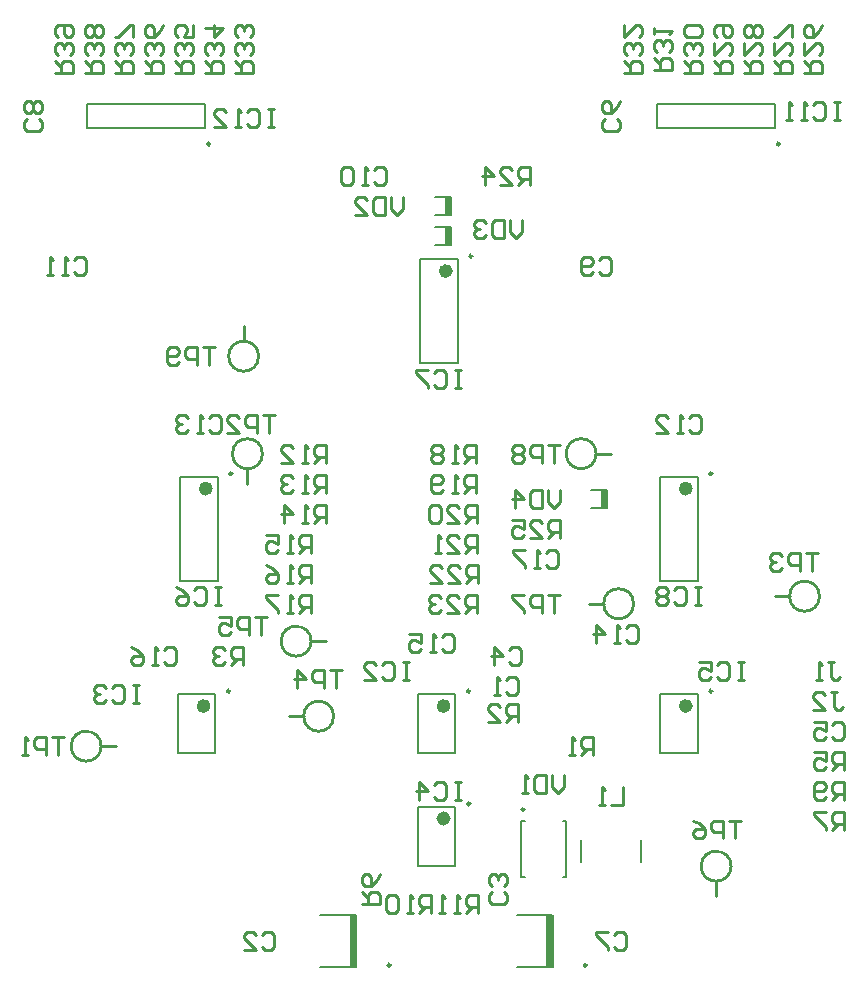
<source format=gbo>
G04*
G04 #@! TF.GenerationSoftware,Altium Limited,Altium Designer,21.5.1 (32)*
G04*
G04 Layer_Color=39423*
%FSLAX25Y25*%
%MOIN*%
G70*
G04*
G04 #@! TF.SameCoordinates,23847DC4-7520-4B4A-9137-17159688AF9F*
G04*
G04*
G04 #@! TF.FilePolarity,Positive*
G04*
G01*
G75*
%ADD11C,0.00787*%
%ADD12C,0.01000*%
%ADD40C,0.02362*%
%ADD52C,0.00984*%
%ADD53R,0.02165X0.06102*%
%ADD54R,0.02165X0.06102*%
%ADD55R,0.02165X0.17306*%
D11*
X151358Y225177D02*
X163957D01*
X151358Y259823D02*
X163957D01*
X151358Y225177D02*
Y259823D01*
X163957Y225177D02*
Y259823D01*
X198957Y72520D02*
X200138D01*
Y54016D02*
Y72520D01*
X198957Y54016D02*
X200138D01*
X185177D02*
Y72520D01*
X186358D01*
X185177Y54016D02*
X186358D01*
X83957Y152677D02*
Y187323D01*
X71358Y152677D02*
Y187323D01*
X83957D01*
X71358Y152677D02*
X83957D01*
X40472Y303563D02*
X79843D01*
X40472Y311437D02*
X79843D01*
Y303563D02*
Y311437D01*
X40472Y303563D02*
Y311437D01*
X230315Y303563D02*
X269685D01*
X230315Y311437D02*
X269685D01*
Y303563D02*
Y311437D01*
X230315Y303563D02*
Y311437D01*
X161713Y264449D02*
Y270551D01*
X156595D02*
X161713D01*
X156595Y264449D02*
X161713D01*
Y274449D02*
Y280551D01*
X156595D02*
X161713D01*
X156595Y274449D02*
X161713D01*
X213720Y176949D02*
Y183051D01*
X208602D02*
X213720D01*
X208602Y176949D02*
X213720D01*
X205079Y58760D02*
Y66240D01*
X225236Y58760D02*
Y66240D01*
X130211Y23855D02*
Y41161D01*
X118252D02*
X130063D01*
X118252Y23839D02*
X130063D01*
X231358Y152677D02*
X243957D01*
X231358Y187323D02*
X243957D01*
X231358Y152677D02*
Y187323D01*
X243957Y152677D02*
Y187323D01*
X231358Y95157D02*
X243957D01*
X231358Y114843D02*
X243957D01*
X231358Y95157D02*
Y114843D01*
X243957Y95157D02*
Y114843D01*
X150630Y57657D02*
X163228D01*
X150630Y77343D02*
X163228D01*
X150630Y57657D02*
Y77343D01*
X163228Y57657D02*
Y77343D01*
X83228Y95157D02*
Y114843D01*
X70630Y95157D02*
Y114843D01*
X83228D01*
X70630Y95157D02*
X83228D01*
X150630D02*
X163228D01*
X150630Y114843D02*
X163228D01*
X150630Y95157D02*
Y114843D01*
X163228Y95157D02*
Y114843D01*
X195620Y23855D02*
Y41161D01*
X183661D02*
X195473D01*
X183661Y23839D02*
X195473D01*
D12*
X122658Y107500D02*
G03*
X122658Y107500I-5000J0D01*
G01*
X98908Y195000D02*
G03*
X98908Y195000I-5000J0D01*
G01*
X45158Y97500D02*
G03*
X45158Y97500I-5000J0D01*
G01*
X284614Y147500D02*
G03*
X284614Y147500I-5000J0D01*
G01*
X210157Y195000D02*
G03*
X210157Y195000I-5000J0D01*
G01*
X115157Y132500D02*
G03*
X115157Y132500I-5000J0D01*
G01*
X97658Y227500D02*
G03*
X97658Y227500I-5000J0D01*
G01*
X222657Y145000D02*
G03*
X222657Y145000I-5000J0D01*
G01*
X255157Y57500D02*
G03*
X255157Y57500I-5000J0D01*
G01*
X107658Y107500D02*
X112657D01*
X93907Y185000D02*
Y190000D01*
X45158Y97500D02*
X50157D01*
X269614Y147500D02*
X274614D01*
X210157Y195000D02*
X215158D01*
X115157Y132500D02*
X120158D01*
X92658Y232500D02*
Y237500D01*
X207658Y145000D02*
X212657D01*
X250157Y47500D02*
Y52500D01*
X102654Y309751D02*
X100655D01*
X101655D01*
Y303753D01*
X102654D01*
X100655D01*
X93657Y308751D02*
X94657Y309751D01*
X96656D01*
X97656Y308751D01*
Y304753D01*
X96656Y303753D01*
X94657D01*
X93657Y304753D01*
X91658Y303753D02*
X89658D01*
X90658D01*
Y309751D01*
X91658Y308751D01*
X82661Y303753D02*
X86659D01*
X82661Y307752D01*
Y308751D01*
X83660Y309751D01*
X85660D01*
X86659Y308751D01*
X197997Y147999D02*
X193999D01*
X195998D01*
Y142001D01*
X191999D02*
Y147999D01*
X189000D01*
X188001Y146999D01*
Y145000D01*
X189000Y144000D01*
X191999D01*
X186001Y147999D02*
X182003D01*
Y146999D01*
X186001Y143001D01*
Y142001D01*
X197997Y182999D02*
Y179000D01*
X195998Y177001D01*
X193999Y179000D01*
Y182999D01*
X191999D02*
Y177001D01*
X189000D01*
X188001Y178001D01*
Y181999D01*
X189000Y182999D01*
X191999D01*
X183002Y177001D02*
Y182999D01*
X186001Y180000D01*
X182003D01*
X185497Y272999D02*
Y269000D01*
X183498Y267001D01*
X181499Y269000D01*
Y272999D01*
X179499D02*
Y267001D01*
X176500D01*
X175501Y268001D01*
Y271999D01*
X176500Y272999D01*
X179499D01*
X173501Y271999D02*
X172502Y272999D01*
X170502D01*
X169503Y271999D01*
Y271000D01*
X170502Y270000D01*
X171502D01*
X170502D01*
X169503Y269000D01*
Y268001D01*
X170502Y267001D01*
X172502D01*
X173501Y268001D01*
X145655Y280499D02*
Y276500D01*
X143656Y274501D01*
X141656Y276500D01*
Y280499D01*
X139657D02*
Y274501D01*
X136658D01*
X135658Y275501D01*
Y279499D01*
X136658Y280499D01*
X139657D01*
X129660Y274501D02*
X133659D01*
X129660Y278500D01*
Y279499D01*
X130660Y280499D01*
X132659D01*
X133659Y279499D01*
X199498Y87999D02*
Y84000D01*
X197498Y82001D01*
X195499Y84000D01*
Y87999D01*
X193500D02*
Y82001D01*
X190501D01*
X189501Y83001D01*
Y86999D01*
X190501Y87999D01*
X193500D01*
X187502Y82001D02*
X185502D01*
X186502D01*
Y87999D01*
X187502Y86999D01*
X83155Y230499D02*
X79156D01*
X81156D01*
Y224501D01*
X77157D02*
Y230499D01*
X74158D01*
X73158Y229499D01*
Y227500D01*
X74158Y226500D01*
X77157D01*
X71159Y225501D02*
X70159Y224501D01*
X68160D01*
X67160Y225501D01*
Y229499D01*
X68160Y230499D01*
X70159D01*
X71159Y229499D01*
Y228500D01*
X70159Y227500D01*
X67160D01*
X198155Y197999D02*
X194156D01*
X196156D01*
Y192001D01*
X192157D02*
Y197999D01*
X189158D01*
X188158Y196999D01*
Y195000D01*
X189158Y194000D01*
X192157D01*
X186159Y196999D02*
X185159Y197999D01*
X183160D01*
X182160Y196999D01*
Y196000D01*
X183160Y195000D01*
X182160Y194000D01*
Y193001D01*
X183160Y192001D01*
X185159D01*
X186159Y193001D01*
Y194000D01*
X185159Y195000D01*
X186159Y196000D01*
Y196999D01*
X185159Y195000D02*
X183160D01*
X258421Y72733D02*
X254422D01*
X256421D01*
Y66735D01*
X252423D02*
Y72733D01*
X249424D01*
X248424Y71734D01*
Y69734D01*
X249424Y68735D01*
X252423D01*
X242426Y72733D02*
X244425Y71734D01*
X246425Y69734D01*
Y67735D01*
X245425Y66735D01*
X243425D01*
X242426Y67735D01*
Y68735D01*
X243425Y69734D01*
X246425D01*
X100497Y140499D02*
X96499D01*
X98498D01*
Y134501D01*
X94499D02*
Y140499D01*
X91500D01*
X90501Y139499D01*
Y137500D01*
X91500Y136500D01*
X94499D01*
X84503Y140499D02*
X88501D01*
Y137500D01*
X86502Y138500D01*
X85502D01*
X84503Y137500D01*
Y135501D01*
X85502Y134501D01*
X87502D01*
X88501Y135501D01*
X125497Y122999D02*
X121499D01*
X123498D01*
Y117001D01*
X119499D02*
Y122999D01*
X116500D01*
X115501Y121999D01*
Y120000D01*
X116500Y119000D01*
X119499D01*
X110502Y117001D02*
Y122999D01*
X113501Y120000D01*
X109503D01*
X284100Y161998D02*
X280101D01*
X282101D01*
Y156000D01*
X278102D02*
Y161998D01*
X275103D01*
X274103Y160998D01*
Y158999D01*
X275103Y157999D01*
X278102D01*
X272104Y160998D02*
X271104Y161998D01*
X269105D01*
X268105Y160998D01*
Y159999D01*
X269105Y158999D01*
X270105D01*
X269105D01*
X268105Y157999D01*
Y157000D01*
X269105Y156000D01*
X271104D01*
X272104Y157000D01*
X103155Y207999D02*
X99156D01*
X101156D01*
Y202001D01*
X97157D02*
Y207999D01*
X94158D01*
X93158Y206999D01*
Y205000D01*
X94158Y204000D01*
X97157D01*
X87160Y202001D02*
X91159D01*
X87160Y206000D01*
Y206999D01*
X88160Y207999D01*
X90159D01*
X91159Y206999D01*
X32814Y100606D02*
X28816D01*
X30815D01*
Y94608D01*
X26816D02*
Y100606D01*
X23817D01*
X22818Y99606D01*
Y97607D01*
X23817Y96607D01*
X26816D01*
X20818Y94608D02*
X18819D01*
X19819D01*
Y100606D01*
X20818Y99606D01*
X29658Y322003D02*
X35656D01*
Y325002D01*
X34657Y326001D01*
X32658D01*
X31658Y325002D01*
Y322003D01*
Y324002D02*
X29658Y326001D01*
X34657Y328001D02*
X35656Y329000D01*
Y331000D01*
X34657Y331999D01*
X33657D01*
X32658Y331000D01*
Y330000D01*
Y331000D01*
X31658Y331999D01*
X30658D01*
X29658Y331000D01*
Y329000D01*
X30658Y328001D01*
Y333999D02*
X29658Y334998D01*
Y336998D01*
X30658Y337997D01*
X34657D01*
X35656Y336998D01*
Y334998D01*
X34657Y333999D01*
X33657D01*
X32658Y334998D01*
Y337997D01*
X39658Y322003D02*
X45656D01*
Y325002D01*
X44657Y326001D01*
X42658D01*
X41658Y325002D01*
Y322003D01*
Y324002D02*
X39658Y326001D01*
X44657Y328001D02*
X45656Y329000D01*
Y331000D01*
X44657Y331999D01*
X43657D01*
X42658Y331000D01*
Y330000D01*
Y331000D01*
X41658Y331999D01*
X40658D01*
X39658Y331000D01*
Y329000D01*
X40658Y328001D01*
X44657Y333999D02*
X45656Y334998D01*
Y336998D01*
X44657Y337997D01*
X43657D01*
X42658Y336998D01*
X41658Y337997D01*
X40658D01*
X39658Y336998D01*
Y334998D01*
X40658Y333999D01*
X41658D01*
X42658Y334998D01*
X43657Y333999D01*
X44657D01*
X42658Y334998D02*
Y336998D01*
X49659Y322003D02*
X55656D01*
Y325002D01*
X54657Y326001D01*
X52658D01*
X51658Y325002D01*
Y322003D01*
Y324002D02*
X49659Y326001D01*
X54657Y328001D02*
X55656Y329000D01*
Y331000D01*
X54657Y331999D01*
X53657D01*
X52658Y331000D01*
Y330000D01*
Y331000D01*
X51658Y331999D01*
X50658D01*
X49659Y331000D01*
Y329000D01*
X50658Y328001D01*
X55656Y333999D02*
Y337997D01*
X54657D01*
X50658Y333999D01*
X49659D01*
X59658Y322003D02*
X65657D01*
Y325002D01*
X64657Y326001D01*
X62657D01*
X61658Y325002D01*
Y322003D01*
Y324002D02*
X59658Y326001D01*
X64657Y328001D02*
X65657Y329000D01*
Y331000D01*
X64657Y331999D01*
X63657D01*
X62657Y331000D01*
Y330000D01*
Y331000D01*
X61658Y331999D01*
X60658D01*
X59658Y331000D01*
Y329000D01*
X60658Y328001D01*
X65657Y337997D02*
X64657Y335998D01*
X62657Y333999D01*
X60658D01*
X59658Y334998D01*
Y336998D01*
X60658Y337997D01*
X61658D01*
X62657Y336998D01*
Y333999D01*
X69658Y322003D02*
X75656D01*
Y325002D01*
X74657Y326001D01*
X72658D01*
X71658Y325002D01*
Y322003D01*
Y324002D02*
X69658Y326001D01*
X74657Y328001D02*
X75656Y329000D01*
Y331000D01*
X74657Y331999D01*
X73657D01*
X72658Y331000D01*
Y330000D01*
Y331000D01*
X71658Y331999D01*
X70658D01*
X69658Y331000D01*
Y329000D01*
X70658Y328001D01*
X75656Y337997D02*
Y333999D01*
X72658D01*
X73657Y335998D01*
Y336998D01*
X72658Y337997D01*
X70658D01*
X69658Y336998D01*
Y334998D01*
X70658Y333999D01*
X79659Y322003D02*
X85656D01*
Y325002D01*
X84657Y326001D01*
X82657D01*
X81658Y325002D01*
Y322003D01*
Y324002D02*
X79659Y326001D01*
X84657Y328001D02*
X85656Y329000D01*
Y331000D01*
X84657Y331999D01*
X83657D01*
X82657Y331000D01*
Y330000D01*
Y331000D01*
X81658Y331999D01*
X80658D01*
X79659Y331000D01*
Y329000D01*
X80658Y328001D01*
X79659Y336998D02*
X85656D01*
X82657Y333999D01*
Y337997D01*
X89658Y322003D02*
X95657D01*
Y325002D01*
X94657Y326001D01*
X92658D01*
X91658Y325002D01*
Y322003D01*
Y324002D02*
X89658Y326001D01*
X94657Y328001D02*
X95657Y329000D01*
Y331000D01*
X94657Y331999D01*
X93657D01*
X92658Y331000D01*
Y330000D01*
Y331000D01*
X91658Y331999D01*
X90658D01*
X89658Y331000D01*
Y329000D01*
X90658Y328001D01*
X94657Y333999D02*
X95657Y334998D01*
Y336998D01*
X94657Y337997D01*
X93657D01*
X92658Y336998D01*
Y335998D01*
Y336998D01*
X91658Y337997D01*
X90658D01*
X89658Y336998D01*
Y334998D01*
X90658Y333999D01*
X219501Y322003D02*
X225499D01*
Y325002D01*
X224499Y326001D01*
X222500D01*
X221500Y325002D01*
Y322003D01*
Y324002D02*
X219501Y326001D01*
X224499Y328001D02*
X225499Y329000D01*
Y331000D01*
X224499Y331999D01*
X223500D01*
X222500Y331000D01*
Y330000D01*
Y331000D01*
X221500Y331999D01*
X220501D01*
X219501Y331000D01*
Y329000D01*
X220501Y328001D01*
X219501Y337997D02*
Y333999D01*
X223500Y337997D01*
X224499D01*
X225499Y336998D01*
Y334998D01*
X224499Y333999D01*
X229501Y323002D02*
X235499D01*
Y326001D01*
X234499Y327001D01*
X232500D01*
X231500Y326001D01*
Y323002D01*
Y325002D02*
X229501Y327001D01*
X234499Y329000D02*
X235499Y330000D01*
Y331999D01*
X234499Y332999D01*
X233500D01*
X232500Y331999D01*
Y331000D01*
Y331999D01*
X231500Y332999D01*
X230501D01*
X229501Y331999D01*
Y330000D01*
X230501Y329000D01*
X229501Y334998D02*
Y336998D01*
Y335998D01*
X235499D01*
X234499Y334998D01*
X239501Y322003D02*
X245499D01*
Y325002D01*
X244499Y326001D01*
X242500D01*
X241500Y325002D01*
Y322003D01*
Y324002D02*
X239501Y326001D01*
X244499Y328001D02*
X245499Y329000D01*
Y331000D01*
X244499Y331999D01*
X243500D01*
X242500Y331000D01*
Y330000D01*
Y331000D01*
X241500Y331999D01*
X240501D01*
X239501Y331000D01*
Y329000D01*
X240501Y328001D01*
X244499Y333999D02*
X245499Y334998D01*
Y336998D01*
X244499Y337997D01*
X240501D01*
X239501Y336998D01*
Y334998D01*
X240501Y333999D01*
X244499D01*
X249501Y322003D02*
X255499D01*
Y325002D01*
X254499Y326001D01*
X252500D01*
X251500Y325002D01*
Y322003D01*
Y324002D02*
X249501Y326001D01*
Y331999D02*
Y328001D01*
X253500Y331999D01*
X254499D01*
X255499Y331000D01*
Y329000D01*
X254499Y328001D01*
X250501Y333999D02*
X249501Y334998D01*
Y336998D01*
X250501Y337997D01*
X254499D01*
X255499Y336998D01*
Y334998D01*
X254499Y333999D01*
X253500D01*
X252500Y334998D01*
Y337997D01*
X259501Y322003D02*
X265499D01*
Y325002D01*
X264499Y326001D01*
X262500D01*
X261500Y325002D01*
Y322003D01*
Y324002D02*
X259501Y326001D01*
Y331999D02*
Y328001D01*
X263500Y331999D01*
X264499D01*
X265499Y331000D01*
Y329000D01*
X264499Y328001D01*
Y333999D02*
X265499Y334998D01*
Y336998D01*
X264499Y337997D01*
X263500D01*
X262500Y336998D01*
X261500Y337997D01*
X260501D01*
X259501Y336998D01*
Y334998D01*
X260501Y333999D01*
X261500D01*
X262500Y334998D01*
X263500Y333999D01*
X264499D01*
X262500Y334998D02*
Y336998D01*
X269501Y322003D02*
X275499D01*
Y325002D01*
X274499Y326001D01*
X272500D01*
X271500Y325002D01*
Y322003D01*
Y324002D02*
X269501Y326001D01*
Y331999D02*
Y328001D01*
X273500Y331999D01*
X274499D01*
X275499Y331000D01*
Y329000D01*
X274499Y328001D01*
X275499Y333999D02*
Y337997D01*
X274499D01*
X270501Y333999D01*
X269501D01*
X279501Y322003D02*
X285499D01*
Y325002D01*
X284499Y326001D01*
X282500D01*
X281500Y325002D01*
Y322003D01*
Y324002D02*
X279501Y326001D01*
Y331999D02*
Y328001D01*
X283500Y331999D01*
X284499D01*
X285499Y331000D01*
Y329000D01*
X284499Y328001D01*
X285499Y337997D02*
X284499Y335998D01*
X282500Y333999D01*
X280501D01*
X279501Y334998D01*
Y336998D01*
X280501Y337997D01*
X281500D01*
X282500Y336998D01*
Y333999D01*
X197997Y167001D02*
Y172999D01*
X194998D01*
X193999Y171999D01*
Y170000D01*
X194998Y169000D01*
X197997D01*
X195998D02*
X193999Y167001D01*
X188001D02*
X191999D01*
X188001Y171000D01*
Y171999D01*
X189000Y172999D01*
X191000D01*
X191999Y171999D01*
X182003Y172999D02*
X186001D01*
Y170000D01*
X184002Y171000D01*
X183002D01*
X182003Y170000D01*
Y168001D01*
X183002Y167001D01*
X185002D01*
X186001Y168001D01*
X187997Y284501D02*
Y290499D01*
X184998D01*
X183999Y289499D01*
Y287500D01*
X184998Y286500D01*
X187997D01*
X185998D02*
X183999Y284501D01*
X178001D02*
X181999D01*
X178001Y288500D01*
Y289499D01*
X179000Y290499D01*
X181000D01*
X181999Y289499D01*
X173002Y284501D02*
Y290499D01*
X176001Y287500D01*
X172003D01*
X170497Y142001D02*
Y147999D01*
X167498D01*
X166499Y146999D01*
Y145000D01*
X167498Y144000D01*
X170497D01*
X168498D02*
X166499Y142001D01*
X160501D02*
X164499D01*
X160501Y146000D01*
Y146999D01*
X161500Y147999D01*
X163500D01*
X164499Y146999D01*
X158501D02*
X157502Y147999D01*
X155502D01*
X154503Y146999D01*
Y146000D01*
X155502Y145000D01*
X156502D01*
X155502D01*
X154503Y144000D01*
Y143001D01*
X155502Y142001D01*
X157502D01*
X158501Y143001D01*
X170655Y152001D02*
Y157999D01*
X167656D01*
X166656Y156999D01*
Y155000D01*
X167656Y154000D01*
X170655D01*
X168656D02*
X166656Y152001D01*
X160658D02*
X164657D01*
X160658Y156000D01*
Y156999D01*
X161658Y157999D01*
X163657D01*
X164657Y156999D01*
X154660Y152001D02*
X158659D01*
X154660Y156000D01*
Y156999D01*
X155660Y157999D01*
X157659D01*
X158659Y156999D01*
X170459Y161958D02*
Y167956D01*
X167460D01*
X166460Y166957D01*
Y164957D01*
X167460Y163958D01*
X170459D01*
X168459D02*
X166460Y161958D01*
X160462D02*
X164461D01*
X160462Y165957D01*
Y166957D01*
X161462Y167956D01*
X163461D01*
X164461Y166957D01*
X158463Y161958D02*
X156463D01*
X157463D01*
Y167956D01*
X158463Y166957D01*
X170497Y172001D02*
Y177999D01*
X167498D01*
X166499Y176999D01*
Y175000D01*
X167498Y174000D01*
X170497D01*
X168498D02*
X166499Y172001D01*
X160501D02*
X164499D01*
X160501Y176000D01*
Y176999D01*
X161500Y177999D01*
X163500D01*
X164499Y176999D01*
X158501D02*
X157502Y177999D01*
X155502D01*
X154503Y176999D01*
Y173001D01*
X155502Y172001D01*
X157502D01*
X158501Y173001D01*
Y176999D01*
X169998Y182001D02*
Y187999D01*
X166999D01*
X165999Y186999D01*
Y185000D01*
X166999Y184000D01*
X169998D01*
X167998D02*
X165999Y182001D01*
X163999D02*
X162000D01*
X163000D01*
Y187999D01*
X163999Y186999D01*
X159001Y183001D02*
X158001Y182001D01*
X156002D01*
X155002Y183001D01*
Y186999D01*
X156002Y187999D01*
X158001D01*
X159001Y186999D01*
Y186000D01*
X158001Y185000D01*
X155002D01*
X169998Y192001D02*
Y197999D01*
X166999D01*
X165999Y196999D01*
Y195000D01*
X166999Y194000D01*
X169998D01*
X167998D02*
X165999Y192001D01*
X163999D02*
X162000D01*
X163000D01*
Y197999D01*
X163999Y196999D01*
X159001D02*
X158001Y197999D01*
X156002D01*
X155002Y196999D01*
Y196000D01*
X156002Y195000D01*
X155002Y194000D01*
Y193001D01*
X156002Y192001D01*
X158001D01*
X159001Y193001D01*
Y194000D01*
X158001Y195000D01*
X159001Y196000D01*
Y196999D01*
X158001Y195000D02*
X156002D01*
X114998Y142001D02*
Y147999D01*
X111998D01*
X110999Y146999D01*
Y145000D01*
X111998Y144000D01*
X114998D01*
X112998D02*
X110999Y142001D01*
X109000D02*
X107000D01*
X108000D01*
Y147999D01*
X109000Y146999D01*
X104001Y147999D02*
X100002D01*
Y146999D01*
X104001Y143001D01*
Y142001D01*
X114998Y152001D02*
Y157999D01*
X111998D01*
X110999Y156999D01*
Y155000D01*
X111998Y154000D01*
X114998D01*
X112998D02*
X110999Y152001D01*
X109000D02*
X107000D01*
X108000D01*
Y157999D01*
X109000Y156999D01*
X100002Y157999D02*
X102002Y156999D01*
X104001Y155000D01*
Y153001D01*
X103001Y152001D01*
X101002D01*
X100002Y153001D01*
Y154000D01*
X101002Y155000D01*
X104001D01*
X114998Y162001D02*
Y167999D01*
X111998D01*
X110999Y166999D01*
Y165000D01*
X111998Y164000D01*
X114998D01*
X112998D02*
X110999Y162001D01*
X109000D02*
X107000D01*
X108000D01*
Y167999D01*
X109000Y166999D01*
X100002Y167999D02*
X104001D01*
Y165000D01*
X102002Y166000D01*
X101002D01*
X100002Y165000D01*
Y163001D01*
X101002Y162001D01*
X103001D01*
X104001Y163001D01*
X120155Y172001D02*
Y177999D01*
X117156D01*
X116156Y176999D01*
Y175000D01*
X117156Y174000D01*
X120155D01*
X118156D02*
X116156Y172001D01*
X114157D02*
X112158D01*
X113157D01*
Y177999D01*
X114157Y176999D01*
X106160Y172001D02*
Y177999D01*
X109159Y175000D01*
X105160D01*
X120155Y182001D02*
Y187999D01*
X117156D01*
X116156Y186999D01*
Y185000D01*
X117156Y184000D01*
X120155D01*
X118156D02*
X116156Y182001D01*
X114157D02*
X112158D01*
X113157D01*
Y187999D01*
X114157Y186999D01*
X109159D02*
X108159Y187999D01*
X106160D01*
X105160Y186999D01*
Y186000D01*
X106160Y185000D01*
X107159D01*
X106160D01*
X105160Y184000D01*
Y183001D01*
X106160Y182001D01*
X108159D01*
X109159Y183001D01*
X120155Y192001D02*
Y197999D01*
X117156D01*
X116156Y196999D01*
Y195000D01*
X117156Y194000D01*
X120155D01*
X118156D02*
X116156Y192001D01*
X114157D02*
X112158D01*
X113157D01*
Y197999D01*
X114157Y196999D01*
X105160Y192001D02*
X109159D01*
X105160Y196000D01*
Y196999D01*
X106160Y197999D01*
X108159D01*
X109159Y196999D01*
X170711Y42001D02*
Y47999D01*
X167712D01*
X166712Y46999D01*
Y45000D01*
X167712Y44000D01*
X170711D01*
X168711D02*
X166712Y42001D01*
X164713D02*
X162713D01*
X163713D01*
Y47999D01*
X164713Y46999D01*
X159714Y42001D02*
X157715D01*
X158714D01*
Y47999D01*
X159714Y46999D01*
X155155Y42001D02*
Y47999D01*
X152156D01*
X151156Y46999D01*
Y45000D01*
X152156Y44000D01*
X155155D01*
X153156D02*
X151156Y42001D01*
X149157D02*
X147158D01*
X148157D01*
Y47999D01*
X149157Y46999D01*
X144159D02*
X143159Y47999D01*
X141160D01*
X140160Y46999D01*
Y43001D01*
X141160Y42001D01*
X143159D01*
X144159Y43001D01*
Y46999D01*
X292656Y79501D02*
Y85499D01*
X289657D01*
X288657Y84499D01*
Y82500D01*
X289657Y81500D01*
X292656D01*
X290656D02*
X288657Y79501D01*
X286658Y80501D02*
X285658Y79501D01*
X283659D01*
X282659Y80501D01*
Y84499D01*
X283659Y85499D01*
X285658D01*
X286658Y84499D01*
Y83500D01*
X285658Y82500D01*
X282659D01*
X292656Y69501D02*
Y75499D01*
X289657D01*
X288657Y74499D01*
Y72500D01*
X289657Y71500D01*
X292656D01*
X290656D02*
X288657Y69501D01*
X286658Y75499D02*
X282659D01*
Y74499D01*
X286658Y70501D01*
Y69501D01*
X132001Y45002D02*
X137999D01*
Y48001D01*
X136999Y49000D01*
X135000D01*
X134000Y48001D01*
Y45002D01*
Y47001D02*
X132001Y49000D01*
X137999Y54998D02*
X136999Y52999D01*
X135000Y51000D01*
X133001D01*
X132001Y51999D01*
Y53999D01*
X133001Y54998D01*
X134000D01*
X135000Y53999D01*
Y51000D01*
X292656Y89501D02*
Y95499D01*
X289657D01*
X288657Y94499D01*
Y92500D01*
X289657Y91500D01*
X292656D01*
X290656D02*
X288657Y89501D01*
X282659Y95499D02*
X286658D01*
Y92500D01*
X284659Y93500D01*
X283659D01*
X282659Y92500D01*
Y90501D01*
X283659Y89501D01*
X285658D01*
X286658Y90501D01*
X92498Y124501D02*
Y130499D01*
X89499D01*
X88500Y129499D01*
Y127500D01*
X89499Y126500D01*
X92498D01*
X90499D02*
X88500Y124501D01*
X86500Y129499D02*
X85501Y130499D01*
X83501D01*
X82502Y129499D01*
Y128500D01*
X83501Y127500D01*
X84501D01*
X83501D01*
X82502Y126500D01*
Y125501D01*
X83501Y124501D01*
X85501D01*
X86500Y125501D01*
X183988Y105560D02*
Y111558D01*
X180989D01*
X179989Y110558D01*
Y108559D01*
X180989Y107559D01*
X183988D01*
X181989D02*
X179989Y105560D01*
X173991D02*
X177990D01*
X173991Y109558D01*
Y110558D01*
X174991Y111558D01*
X176990D01*
X177990Y110558D01*
X208999Y94501D02*
Y100499D01*
X206000D01*
X205000Y99499D01*
Y97500D01*
X206000Y96500D01*
X208999D01*
X206999D02*
X205000Y94501D01*
X203001D02*
X201001D01*
X202001D01*
Y100499D01*
X203001Y99499D01*
X219156Y83767D02*
Y77769D01*
X215158D01*
X213158D02*
X211159D01*
X212158D01*
Y83767D01*
X213158Y82767D01*
X288500Y115499D02*
X290499D01*
X289499D01*
Y110501D01*
X290499Y109501D01*
X291499D01*
X292498Y110501D01*
X282502Y109501D02*
X286500D01*
X282502Y113500D01*
Y114499D01*
X283501Y115499D01*
X285501D01*
X286500Y114499D01*
X287500Y125499D02*
X289499D01*
X288500D01*
Y120501D01*
X289499Y119501D01*
X290499D01*
X291499Y120501D01*
X285501Y119501D02*
X283501D01*
X284501D01*
Y125499D01*
X285501Y124499D01*
X291497Y312251D02*
X289498D01*
X290497D01*
Y306253D01*
X291497D01*
X289498D01*
X282500Y311251D02*
X283500Y312251D01*
X285499D01*
X286499Y311251D01*
Y307253D01*
X285499Y306253D01*
X283500D01*
X282500Y307253D01*
X280501Y306253D02*
X278501D01*
X279501D01*
Y312251D01*
X280501Y311251D01*
X275502Y306253D02*
X273503D01*
X274503D01*
Y312251D01*
X275502Y311251D01*
X244998Y150499D02*
X242998D01*
X243998D01*
Y144501D01*
X244998D01*
X242998D01*
X236000Y149499D02*
X237000Y150499D01*
X239000D01*
X239999Y149499D01*
Y145501D01*
X239000Y144501D01*
X237000D01*
X236000Y145501D01*
X234001Y149499D02*
X233001Y150499D01*
X231002D01*
X230002Y149499D01*
Y148500D01*
X231002Y147500D01*
X230002Y146500D01*
Y145501D01*
X231002Y144501D01*
X233001D01*
X234001Y145501D01*
Y146500D01*
X233001Y147500D01*
X234001Y148500D01*
Y149499D01*
X233001Y147500D02*
X231002D01*
X164998Y222999D02*
X162998D01*
X163998D01*
Y217001D01*
X164998D01*
X162998D01*
X156000Y221999D02*
X157000Y222999D01*
X159000D01*
X159999Y221999D01*
Y218001D01*
X159000Y217001D01*
X157000D01*
X156000Y218001D01*
X154001Y222999D02*
X150002D01*
Y221999D01*
X154001Y218001D01*
Y217001D01*
X84998Y150499D02*
X82998D01*
X83998D01*
Y144501D01*
X84998D01*
X82998D01*
X76000Y149499D02*
X77000Y150499D01*
X79000D01*
X79999Y149499D01*
Y145501D01*
X79000Y144501D01*
X77000D01*
X76000Y145501D01*
X70002Y150499D02*
X72002Y149499D01*
X74001Y147500D01*
Y145501D01*
X73001Y144501D01*
X71002D01*
X70002Y145501D01*
Y146500D01*
X71002Y147500D01*
X74001D01*
X259427Y125499D02*
X257427D01*
X258427D01*
Y119501D01*
X259427D01*
X257427D01*
X250430Y124499D02*
X251429Y125499D01*
X253429D01*
X254428Y124499D01*
Y120501D01*
X253429Y119501D01*
X251429D01*
X250430Y120501D01*
X244431Y125499D02*
X248430D01*
Y122500D01*
X246431Y123500D01*
X245431D01*
X244431Y122500D01*
Y120501D01*
X245431Y119501D01*
X247430D01*
X248430Y120501D01*
X165155Y85499D02*
X163156D01*
X164155D01*
Y79501D01*
X165155D01*
X163156D01*
X156158Y84499D02*
X157158Y85499D01*
X159157D01*
X160157Y84499D01*
Y80501D01*
X159157Y79501D01*
X157158D01*
X156158Y80501D01*
X151160Y79501D02*
Y85499D01*
X154159Y82500D01*
X150160D01*
X57655Y117999D02*
X55656D01*
X56655D01*
Y112001D01*
X57655D01*
X55656D01*
X48658Y116999D02*
X49658Y117999D01*
X51657D01*
X52657Y116999D01*
Y113001D01*
X51657Y112001D01*
X49658D01*
X48658Y113001D01*
X46659Y116999D02*
X45659Y117999D01*
X43660D01*
X42660Y116999D01*
Y116000D01*
X43660Y115000D01*
X44659D01*
X43660D01*
X42660Y114000D01*
Y113001D01*
X43660Y112001D01*
X45659D01*
X46659Y113001D01*
X147655Y125499D02*
X145656D01*
X146655D01*
Y119501D01*
X147655D01*
X145656D01*
X138658Y124499D02*
X139658Y125499D01*
X141657D01*
X142657Y124499D01*
Y120501D01*
X141657Y119501D01*
X139658D01*
X138658Y120501D01*
X132660Y119501D02*
X136659D01*
X132660Y123500D01*
Y124499D01*
X133660Y125499D01*
X135659D01*
X136659Y124499D01*
X193499Y161999D02*
X194499Y162999D01*
X196498D01*
X197498Y161999D01*
Y158001D01*
X196498Y157001D01*
X194499D01*
X193499Y158001D01*
X191499Y157001D02*
X189500D01*
X190500D01*
Y162999D01*
X191499Y161999D01*
X186501Y162999D02*
X182502D01*
Y161999D01*
X186501Y158001D01*
Y157001D01*
X65999Y129499D02*
X66998Y130499D01*
X68998D01*
X69998Y129499D01*
Y125501D01*
X68998Y124501D01*
X66998D01*
X65999Y125501D01*
X63999Y124501D02*
X62000D01*
X63000D01*
Y130499D01*
X63999Y129499D01*
X55002Y130499D02*
X57002Y129499D01*
X59001Y127500D01*
Y125501D01*
X58001Y124501D01*
X56002D01*
X55002Y125501D01*
Y126500D01*
X56002Y127500D01*
X59001D01*
X158701Y133998D02*
X159701Y134998D01*
X161700D01*
X162700Y133998D01*
Y130000D01*
X161700Y129000D01*
X159701D01*
X158701Y130000D01*
X156702Y129000D02*
X154703D01*
X155702D01*
Y134998D01*
X156702Y133998D01*
X147705Y134998D02*
X151704D01*
Y131999D01*
X149704Y132999D01*
X148705D01*
X147705Y131999D01*
Y130000D01*
X148705Y129000D01*
X150704D01*
X151704Y130000D01*
X220152Y136999D02*
X221152Y137999D01*
X223151D01*
X224151Y136999D01*
Y133001D01*
X223151Y132001D01*
X221152D01*
X220152Y133001D01*
X218153Y132001D02*
X216154D01*
X217153D01*
Y137999D01*
X218153Y136999D01*
X210156Y132001D02*
Y137999D01*
X213155Y135000D01*
X209156D01*
X81156Y206999D02*
X82156Y207999D01*
X84155D01*
X85155Y206999D01*
Y203001D01*
X84155Y202001D01*
X82156D01*
X81156Y203001D01*
X79157Y202001D02*
X77158D01*
X78157D01*
Y207999D01*
X79157Y206999D01*
X74159D02*
X73159Y207999D01*
X71160D01*
X70160Y206999D01*
Y206000D01*
X71160Y205000D01*
X72159D01*
X71160D01*
X70160Y204000D01*
Y203001D01*
X71160Y202001D01*
X73159D01*
X74159Y203001D01*
X241156Y206999D02*
X242156Y207999D01*
X244155D01*
X245155Y206999D01*
Y203001D01*
X244155Y202001D01*
X242156D01*
X241156Y203001D01*
X239157Y202001D02*
X237158D01*
X238157D01*
Y207999D01*
X239157Y206999D01*
X230160Y202001D02*
X234159D01*
X230160Y206000D01*
Y206999D01*
X231160Y207999D01*
X233159D01*
X234159Y206999D01*
X36161Y259499D02*
X37160Y260499D01*
X39160D01*
X40159Y259499D01*
Y255501D01*
X39160Y254501D01*
X37160D01*
X36161Y255501D01*
X34161Y254501D02*
X32162D01*
X33162D01*
Y260499D01*
X34161Y259499D01*
X29163Y254501D02*
X27164D01*
X28163D01*
Y260499D01*
X29163Y259499D01*
X135999Y289499D02*
X136999Y290499D01*
X138998D01*
X139998Y289499D01*
Y285501D01*
X138998Y284501D01*
X136999D01*
X135999Y285501D01*
X134000Y284501D02*
X132000D01*
X133000D01*
Y290499D01*
X134000Y289499D01*
X129001D02*
X128001Y290499D01*
X126002D01*
X125003Y289499D01*
Y285501D01*
X126002Y284501D01*
X128001D01*
X129001Y285501D01*
Y289499D01*
X211000Y259499D02*
X211999Y260499D01*
X213999D01*
X214998Y259499D01*
Y255501D01*
X213999Y254501D01*
X211999D01*
X211000Y255501D01*
X209000D02*
X208001Y254501D01*
X206001D01*
X205002Y255501D01*
Y259499D01*
X206001Y260499D01*
X208001D01*
X209000Y259499D01*
Y258500D01*
X208001Y257500D01*
X205002D01*
X24499Y306500D02*
X25499Y305501D01*
Y303501D01*
X24499Y302502D01*
X20501D01*
X19501Y303501D01*
Y305501D01*
X20501Y306500D01*
X24499Y308500D02*
X25499Y309499D01*
Y311499D01*
X24499Y312498D01*
X23500D01*
X22500Y311499D01*
X21500Y312498D01*
X20501D01*
X19501Y311499D01*
Y309499D01*
X20501Y308500D01*
X21500D01*
X22500Y309499D01*
X23500Y308500D01*
X24499D01*
X22500Y309499D02*
Y311499D01*
X216157Y34499D02*
X217157Y35499D01*
X219156D01*
X220156Y34499D01*
Y30501D01*
X219156Y29501D01*
X217157D01*
X216157Y30501D01*
X214158Y35499D02*
X210159D01*
Y34499D01*
X214158Y30501D01*
Y29501D01*
X216999Y306500D02*
X217999Y305501D01*
Y303501D01*
X216999Y302502D01*
X213001D01*
X212001Y303501D01*
Y305501D01*
X213001Y306500D01*
X217999Y312498D02*
X216999Y310499D01*
X215000Y308500D01*
X213001D01*
X212001Y309499D01*
Y311499D01*
X213001Y312498D01*
X214000D01*
X215000Y311499D01*
Y308500D01*
X288657Y104499D02*
X289657Y105499D01*
X291656D01*
X292656Y104499D01*
Y100501D01*
X291656Y99501D01*
X289657D01*
X288657Y100501D01*
X282659Y105499D02*
X286658D01*
Y102500D01*
X284659Y103500D01*
X283659D01*
X282659Y102500D01*
Y100501D01*
X283659Y99501D01*
X285658D01*
X286658Y100501D01*
X181000Y129499D02*
X181999Y130499D01*
X183999D01*
X184998Y129499D01*
Y125501D01*
X183999Y124501D01*
X181999D01*
X181000Y125501D01*
X176001Y124501D02*
Y130499D01*
X179000Y127500D01*
X175002D01*
X179499Y49000D02*
X180499Y48001D01*
Y46001D01*
X179499Y45002D01*
X175501D01*
X174501Y46001D01*
Y48001D01*
X175501Y49000D01*
X179499Y51000D02*
X180499Y51999D01*
Y53999D01*
X179499Y54998D01*
X178500D01*
X177500Y53999D01*
Y52999D01*
Y53999D01*
X176500Y54998D01*
X175501D01*
X174501Y53999D01*
Y51999D01*
X175501Y51000D01*
X98657Y34499D02*
X99657Y35499D01*
X101656D01*
X102656Y34499D01*
Y30501D01*
X101656Y29501D01*
X99657D01*
X98657Y30501D01*
X92659Y29501D02*
X96658D01*
X92659Y33500D01*
Y34499D01*
X93659Y35499D01*
X95658D01*
X96658Y34499D01*
X180000Y119499D02*
X181000Y120499D01*
X182999D01*
X183999Y119499D01*
Y115501D01*
X182999Y114501D01*
X181000D01*
X180000Y115501D01*
X178001Y114501D02*
X176001D01*
X177001D01*
Y120499D01*
X178001Y119499D01*
D40*
X161201Y255886D02*
G03*
X161201Y255886I-1181J0D01*
G01*
X81201Y183386D02*
G03*
X81201Y183386I-1181J0D01*
G01*
X241201D02*
G03*
X241201Y183386I-1181J0D01*
G01*
Y110906D02*
G03*
X241201Y110906I-1181J0D01*
G01*
X160472Y73405D02*
G03*
X160472Y73405I-1181J0D01*
G01*
X80472Y110906D02*
G03*
X80472Y110906I-1181J0D01*
G01*
X160472D02*
G03*
X160472Y110906I-1181J0D01*
G01*
D52*
X168878Y260846D02*
G03*
X168878Y260846I-492J0D01*
G01*
X186260Y76457D02*
G03*
X186260Y76457I-492J0D01*
G01*
X88878Y188347D02*
G03*
X88878Y188347I-492J0D01*
G01*
X81496Y298248D02*
G03*
X81496Y298248I-492J0D01*
G01*
X271339D02*
G03*
X271339Y298248I-492J0D01*
G01*
X141650Y24500D02*
G03*
X141650Y24500I-492J0D01*
G01*
X248878Y188347D02*
G03*
X248878Y188347I-492J0D01*
G01*
Y115847D02*
G03*
X248878Y115847I-492J0D01*
G01*
X168150Y78347D02*
G03*
X168150Y78347I-492J0D01*
G01*
X88150Y115847D02*
G03*
X88150Y115847I-492J0D01*
G01*
X168150D02*
G03*
X168150Y115847I-492J0D01*
G01*
X207059Y24500D02*
G03*
X207059Y24500I-492J0D01*
G01*
D53*
X160629Y267500D02*
D03*
D54*
X160630Y277500D02*
D03*
X212638Y180000D02*
D03*
D55*
X129127Y32508D02*
D03*
X194537D02*
D03*
M02*

</source>
